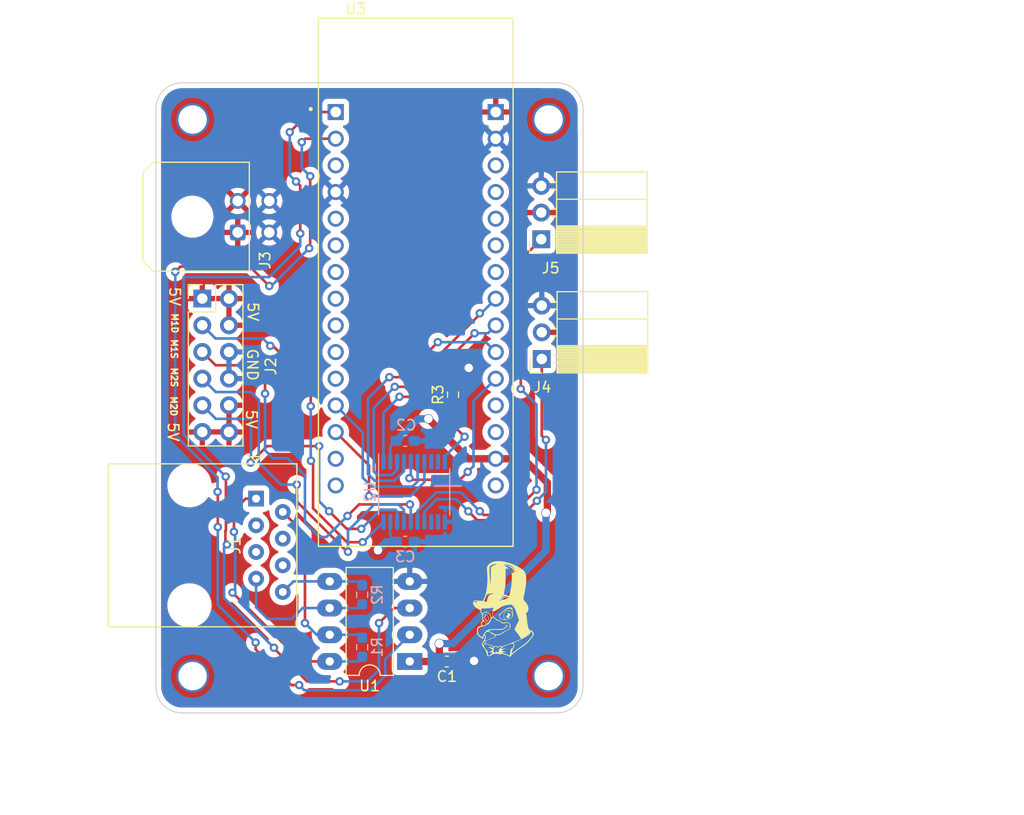
<source format=kicad_pcb>
(kicad_pcb (version 20211014) (generator pcbnew)

  (general
    (thickness 1.6)
  )

  (paper "A4")
  (layers
    (0 "F.Cu" signal)
    (31 "B.Cu" signal)
    (32 "B.Adhes" user "B.Adhesive")
    (33 "F.Adhes" user "F.Adhesive")
    (34 "B.Paste" user)
    (35 "F.Paste" user)
    (36 "B.SilkS" user "B.Silkscreen")
    (37 "F.SilkS" user "F.Silkscreen")
    (38 "B.Mask" user)
    (39 "F.Mask" user)
    (40 "Dwgs.User" user "User.Drawings")
    (41 "Cmts.User" user "User.Comments")
    (42 "Eco1.User" user "User.Eco1")
    (43 "Eco2.User" user "User.Eco2")
    (44 "Edge.Cuts" user)
    (45 "Margin" user)
    (46 "B.CrtYd" user "B.Courtyard")
    (47 "F.CrtYd" user "F.Courtyard")
    (48 "B.Fab" user)
    (49 "F.Fab" user)
    (50 "User.1" user)
    (51 "User.2" user)
    (52 "User.3" user)
    (53 "User.4" user)
    (54 "User.5" user)
    (55 "User.6" user)
    (56 "User.7" user)
    (57 "User.8" user)
    (58 "User.9" user)
  )

  (setup
    (stackup
      (layer "F.SilkS" (type "Top Silk Screen"))
      (layer "F.Paste" (type "Top Solder Paste"))
      (layer "F.Mask" (type "Top Solder Mask") (thickness 0.01))
      (layer "F.Cu" (type "copper") (thickness 0.035))
      (layer "dielectric 1" (type "core") (thickness 1.51) (material "FR4") (epsilon_r 4.5) (loss_tangent 0.02))
      (layer "B.Cu" (type "copper") (thickness 0.035))
      (layer "B.Mask" (type "Bottom Solder Mask") (thickness 0.01))
      (layer "B.Paste" (type "Bottom Solder Paste"))
      (layer "B.SilkS" (type "Bottom Silk Screen"))
      (copper_finish "None")
      (dielectric_constraints no)
    )
    (pad_to_mask_clearance 0)
    (pcbplotparams
      (layerselection 0x00010fc_ffffffff)
      (disableapertmacros false)
      (usegerberextensions true)
      (usegerberattributes false)
      (usegerberadvancedattributes false)
      (creategerberjobfile false)
      (svguseinch false)
      (svgprecision 6)
      (excludeedgelayer true)
      (plotframeref false)
      (viasonmask false)
      (mode 1)
      (useauxorigin false)
      (hpglpennumber 1)
      (hpglpenspeed 20)
      (hpglpendiameter 15.000000)
      (dxfpolygonmode true)
      (dxfimperialunits true)
      (dxfusepcbnewfont true)
      (psnegative false)
      (psa4output false)
      (plotreference true)
      (plotvalue false)
      (plotinvisibletext false)
      (sketchpadsonfab false)
      (subtractmaskfromsilk true)
      (outputformat 1)
      (mirror false)
      (drillshape 0)
      (scaleselection 1)
      (outputdirectory "gerbers/")
    )
  )

  (net 0 "")
  (net 1 "/RS485_A")
  (net 2 "/RS485_B")
  (net 3 "unconnected-(J1-Pad3)")
  (net 4 "/RS485_Z")
  (net 5 "/RS485_Y")
  (net 6 "+5V")
  (net 7 "/M1_DIR_OUT")
  (net 8 "/TIM2_CH2{slash}M1_SPEED_OUT")
  (net 9 "GND")
  (net 10 "/TIM2_CH4{slash}M2_SPEED_OUT")
  (net 11 "/M2_DIR_OUT")
  (net 12 "+3V3")
  (net 13 "/M1_DIR")
  (net 14 "/M2_DIR")
  (net 15 "/TIM2_CH4{slash}M2_SPEED")
  (net 16 "/TIM2_CH2{slash}M1_SPEED")
  (net 17 "/STM32_USART1_RX")
  (net 18 "/STM32_USART1_TX")
  (net 19 "unconnected-(U3-Pad3)")
  (net 20 "unconnected-(U3-Pad6)")
  (net 21 "unconnected-(U3-Pad7)")
  (net 22 "unconnected-(U3-Pad8)")
  (net 23 "unconnected-(U3-Pad9)")
  (net 24 "unconnected-(U3-Pad10)")
  (net 25 "unconnected-(U3-Pad11)")
  (net 26 "/PITCH{slash}TIM1_CH4_OUT")
  (net 27 "/YAW{slash}TIM1_CH1_OUT")
  (net 28 "unconnected-(U3-Pad14)")
  (net 29 "unconnected-(U3-Pad15)")
  (net 30 "unconnected-(U3-Pad16)")
  (net 31 "unconnected-(U3-Pad18)")
  (net 32 "unconnected-(U3-Pad19)")
  (net 33 "unconnected-(U3-Pad24)")
  (net 34 "unconnected-(U3-Pad25)")
  (net 35 "unconnected-(U3-Pad26)")
  (net 36 "unconnected-(U3-Pad27)")
  (net 37 "unconnected-(U3-Pad28)")
  (net 38 "/YAW{slash}TIM1_CH1")
  (net 39 "/PITCH{slash}TIM1_CH4")
  (net 40 "unconnected-(U2-Pad8)")
  (net 41 "unconnected-(U2-Pad9)")
  (net 42 "unconnected-(J1-Pad4)")
  (net 43 "unconnected-(U2-Pad12)")
  (net 44 "unconnected-(U2-Pad13)")
  (net 45 "unconnected-(U3-Pad5)")
  (net 46 "unconnected-(J1-Pad5)")
  (net 47 "unconnected-(J1-Pad6)")
  (net 48 "Net-(U2-Pad10)")

  (footprint "Connector_PinSocket_2.54mm:PinSocket_1x03_P2.54mm_Horizontal" (layer "F.Cu") (at 36.75 26.3 180))

  (footprint "Resistor_SMD:R_0603_1608Metric_Pad0.98x0.95mm_HandSolder" (layer "F.Cu") (at 28.3 29.7 90))

  (footprint "Connector_RJ:RJ45_Amphenol_54602-x08_Horizontal" (layer "F.Cu") (at 9.55 39.6 -90))

  (footprint "Connector_PinHeader_2.54mm:PinHeader_2x06_P2.54mm_Vertical" (layer "F.Cu") (at 4.425 20.55))

  (footprint "Package_DIP:DIP-8_W7.62mm_LongPads" (layer "F.Cu") (at 24.175 55.1 180))

  (footprint "MountingHole:MountingHole_2.7mm_M2.5_DIN965_Pad_TopOnly" (layer "F.Cu") (at 37.4 56.5))

  (footprint "MountingHole:MountingHole_2.7mm_M2.5_DIN965_Pad_TopOnly" (layer "F.Cu") (at 3.5 3.5))

  (footprint "MountingHole:MountingHole_2.7mm_M2.5_DIN965_Pad_TopOnly" (layer "F.Cu") (at 3.5 56.5))

  (footprint "MountingHole:MountingHole_2.7mm_M2.5_DIN965_Pad_TopOnly" (layer "F.Cu") (at 37.4 3.5))

  (footprint "Connector_PinSocket_2.54mm:PinSocket_1x03_P2.54mm_Horizontal" (layer "F.Cu") (at 36.7 14.9 180))

  (footprint "Connector_Molex:Molex_Micro-Fit_3.0_43045-0400_2x02_P3.00mm_Horizontal" (layer "F.Cu") (at 7.8 14.25 90))

  (footprint "plib:epenguin_head_small" (layer "F.Cu") (at 33.1 50.1))

  (footprint "Capacitor_SMD:C_0603_1608Metric_Pad1.08x0.95mm_HandSolder" (layer "F.Cu") (at 27.716 55.11 180))

  (footprint "plib:MODULE_NUCLEO-L432KC" (layer "F.Cu") (at 24.75 19))

  (footprint "Resistor_SMD:R_0603_1608Metric_Pad0.98x0.95mm_HandSolder" (layer "B.Cu") (at 19.65 53.75 90))

  (footprint "Capacitor_SMD:C_0603_1608Metric_Pad1.08x0.95mm_HandSolder" (layer "B.Cu") (at 23.75 34.1))

  (footprint "Package_SO:TSSOP-20_4.4x6.5mm_P0.65mm" (layer "B.Cu") (at 24.6 38.95 -90))

  (footprint "Capacitor_SMD:C_0603_1608Metric_Pad1.08x0.95mm_HandSolder" (layer "B.Cu") (at 23.75 43.7))

  (footprint "Resistor_SMD:R_0603_1608Metric_Pad0.98x0.95mm_HandSolder" (layer "B.Cu") (at 19.65 48.75 90))

  (gr_line (start 0 2.5) (end 0 57.5) (layer "Edge.Cuts") (width 0.1) (tstamp 0b0ed82f-cd0f-483e-afb1-3d9c63626412))
  (gr_arc (start 38.182233 0) (mid 39.95 0.732233) (end 40.682233 2.5) (layer "Edge.Cuts") (width 0.1) (tstamp 3026f0e5-2e03-4b09-8bf9-bf5e41de9fde))
  (gr_line (start 2.5 60) (end 38.182233 60) (layer "Edge.Cuts") (width 0.1) (tstamp 3bc3a1f7-6e8d-4cb1-b522-61dab886a957))
  (gr_line (start 40.682233 57.5) (end 40.682233 2.5) (layer "Edge.Cuts") (width 0.1) (tstamp 55509fb5-1a05-4183-aa48-bc8ee8bff31d))
  (gr_line (start 2.5 0) (end 38.182233 0) (layer "Edge.Cuts") (width 0.1) (tstamp 7f0a762d-d58f-4d42-ae1f-7d80a0e2bd28))
  (gr_arc (start 2.5 60) (mid 0.732233 59.267767) (end 0 57.5) (layer "Edge.Cuts") (width 0.1) (tstamp af00085d-1794-4c99-952f-c446aee665f4))
  (gr_arc (start 40.682233 57.5) (mid 39.95 59.267767) (end 38.182233 60) (layer "Edge.Cuts") (width 0.1) (tstamp d4fffbb7-788f-4b07-aa57-4a4d4fff19d5))
  (gr_arc (start 0 2.5) (mid 0.732233 0.732233) (end 2.5 0) (layer "Edge.Cuts") (width 0.1) (tstamp f721f40e-7993-44a7-bcd0-f5608efe0556))
  (gr_text "M2S" (at 1.75 28.05 270) (layer "F.SilkS") (tstamp 372a8565-9dd7-4ebf-b735-8f3537057e29)
    (effects (font (size 0.6 0.6) (thickness 0.15)))
  )
  (gr_text "M1D" (at 1.8 22.9 270) (layer "F.SilkS") (tstamp 4051e848-01c5-456c-9f15-dde598810cb0)
    (effects (font (size 0.6 0.6) (thickness 0.15)))
  )
  (gr_text "5V" (at 1.65 33.25 270) (layer "F.SilkS") (tstamp 432d0299-d0fd-4c16-b73d-ec141bffd79f)
    (effects (font (size 1 1) (thickness 0.15)))
  )
  (gr_text "GND" (at 9.2 26.85 270) (layer "F.SilkS") (tstamp 884b7739-d86f-4a0a-849a-d154ec42348f)
    (effects (font (size 1 1) (thickness 0.15)))
  )
  (gr_text "5V" (at 9.1 32.05 270) (layer "F.SilkS") (tstamp ac7a1a1b-5329-41b9-8053-10fb6d6d430d)
    (effects (font (size 1 1) (thickness 0.15)))
  )
  (gr_text "M1S" (at 1.75 25.35 270) (layer "F.SilkS") (tstamp ce6e2cb2-f8a7-4656-99aa-10b2d4690421)
    (effects (font (size 0.6 0.6) (thickness 0.15)))
  )
  (gr_text "5V" (at 9.25 21.8 270) (layer "F.SilkS") (tstamp d43a2933-c675-483d-bec0-b1e9bbd0b02b)
    (effects (font (size 1 1) (thickness 0.15)))
  )
  (gr_text "5V" (at 1.8 20.35 270) (layer "F.SilkS") (tstamp f701af6d-24c2-42a3-8bf0-6bf921265f52)
    (effects (font (size 1 1) (thickness 0.15)))
  )
  (gr_text "M2D" (at 1.7 30.8 270) (layer "F.SilkS") (tstamp f9ad5758-fc8e-4598-ac38-9d7cf2dd980c)
    (effects (font (size 0.6 0.6) (thickness 0.15)))
  )

  (segment (start 16.555 55.1) (end 13.85 55.1) (width 0.25) (layer "F.Cu") (net 1) (tstamp 070d9a4e-80e7-4094-ac38-378ba10a929a))
  (segment (start 8.55 39.6) (end 7.437006 40.712994) (width 0.25) (layer "F.Cu") (net 1) (tstamp 18dafc9c-d445-4159-8c13-af97f40f14b8))
  (segment (start 13.85 55.1) (end 7.3 48.55) (width 0.25) (layer "F.Cu") (net 1) (tstamp 2046979b-88b7-4ca1-8b72-2819f99f4212))
  (segment (start 7.437006 40.712994) (end 7.437006 42.75659) (width 0.25) (layer "F.Cu") (net 1) (tstamp 57c973ca-3091-4e0d-a630-6eebeb0cd451))
  (segment (start 9.55 39.6) (end 8.55 39.6) (width 0.25) (layer "F.Cu") (net 1) (tstamp 84b71b23-38e5-4859-8088-e779d0c9a1b3))
  (via (at 7.437006 42.75659) (size 0.8) (drill 0.4) (layers "F.Cu" "B.Cu") (net 1) (tstamp 3ac9cdba-42e9-47c4-a117-c012acd1e5c5))
  (via (at 7.3 48.55) (size 0.8) (drill 0.4) (layers "F.Cu" "B.Cu") (net 1) (tstamp 76da7585-8685-4c96-9ca6-afab8dc9524d))
  (segment (start 19.65 54.6625) (end 19.2125 55.1) (width 0.25) (layer "B.Cu") (net 1) (tstamp 088c9092-c41a-44c3-b646-582adbe640f8))
  (segment (start 7.549 42.868584) (end 7.437006 42.75659) (width 0.25) (layer "B.Cu") (net 1) (tstamp 18c7d59b-2ba9-4e85-95ec-387acfad0cab))
  (segment (start 7.549 48.301) (end 7.549 42.868584) (width 0.25) (layer "B.Cu") (net 1) (tstamp 4d080620-2b39-4d10-b58c-ec6f72050612))
  (segment (start 7.3 48.55) (end 7.549 48.301) (width 0.25) (layer "B.Cu") (net 1) (tstamp 6aa4f4bd-201e-4c5b-87d5-cb10a2441f29))
  (segment (start 19.2125 55.1) (end 16.555 55.1) (width 0.25) (layer "B.Cu") (net 1) (tstamp 6fcd8cb9-a2f3-4d9c-9ad5-3d104790bfc9))
  (segment (start 14.2 42.98) (end 12.09 40.87) (width 0.25) (layer "F.Cu") (net 2) (tstamp b76ef12c-39d2-484f-b56d-f5c21b4c07b6))
  (segment (start 14.2 51.45) (end 14.2 42.98) (width 0.25) (layer "F.Cu") (net 2) (tstamp fad5b779-3a88-41dc-bb23-6470bdeb11b8))
  (via (at 14.2 51.45) (size 0.8) (drill 0.4) (layers "F.Cu" "B.Cu") (net 2) (tstamp 34854e83-e1f2-4529-b2e4-39c7cd26f842))
  (segment (start 16.555 52.56) (end 15.31 52.56) (width 0.25) (layer "B.Cu") (net 2) (tstamp 4deea405-9e0d-4ed8-99f8-fda32d01d77f))
  (segment (start 19.65 52.8375) (end 19.3725 52.56) (width 0.25) (layer "B.Cu") (net 2) (tstamp 5e465618-61c3-4b51-947c-c31cebf4b696))
  (segment (start 15.31 52.56) (end 14.2 51.45) (width 0.25) (layer "B.Cu") (net 2) (tstamp 6357fd49-ef7c-43af-bf5c-584ceeb65cab))
  (segment (start 19.3725 52.56) (end 16.555 52.56) (width 0.25) (layer "B.Cu") (net 2) (tstamp f7dd75ea-8bfc-4528-ad21-a4979b174a49))
  (segment (start 9.55 49.95) (end 9.55 47.22) (width 0.25) (layer "B.Cu") (net 4) (tstamp 15f8afde-6213-4ff4-a60a-912cb12c588d))
  (segment (start 12.95 51.05) (end 10.65 51.05) (width 0.25) (layer "B.Cu") (net 4) (tstamp 2021a1be-e81b-4bf0-aa1a-d476bb052733))
  (segment (start 16.555 50.02) (end 13.98 50.02) (width 0.25) (layer "B.Cu") (net 4) (tstamp 211d1edb-a3ca-4f09-a7d0-3240c8815b0d))
  (segment (start 10.65 51.05) (end 9.55 49.95) (width 0.25) (layer "B.Cu") (net 4) (tstamp 50ecb911-871b-4ba0-8f12-76b0066ac29d))
  (segment (start 13.98 50.02) (end 12.95 51.05) (width 0.25) (layer "B.Cu") (net 4) (tstamp 66e076ae-a61e-4848-b341-11445014aee4))
  (segment (start 19.2925 50.02) (end 16.555 50.02) (width 0.25) (layer "B.Cu") (net 4) (tstamp 9c423090-79a1-4845-b9cc-48a141360a76))
  (segment (start 19.65 49.6625) (end 19.2925 50.02) (width 0.25) (layer "B.Cu") (net 4) (tstamp a7bae4e0-4e92-4493-a363-57297e00d15e))
  (segment (start 13.1 47.48) (end 12.09 48.49) (width 0.25) (layer "B.Cu") (net 5) (tstamp 2571a9a7-3cd7-4411-a936-0b547ce693d7))
  (segment (start 19.2925 47.48) (end 16.555 47.48) (width 0.25) (layer "B.Cu") (net 5) (tstamp 41cc6a45-6fe4-4923-ab82-e638446abb4b))
  (segment (start 19.65 47.8375) (end 19.2925 47.48) (width 0.25) (layer "B.Cu") (net 5) (tstamp 476bb62b-d1a0-4986-996c-a3a1bebc6834))
  (segment (start 16.555 47.48) (end 13.1 47.48) (width 0.25) (layer "B.Cu") (net 5) (tstamp bc424331-1e4f-43e5-b53b-fba76567bbe8))
  (via (at 21.15 44.5) (size 0.9) (drill 0.8) (layers "F.Cu" "B.Cu") (net 6) (tstamp a590e6fe-cde9-4570-b2ab-5b1ef025b40a))
  (segment (start 22.325 41.8125) (end 22.325 43.1375) (width 0.2) (layer "B.Cu") (net 6) (tstamp 1a81225f-0b73-4f80-9d6b-63b6c2f59683))
  (segment (start 21.95 43.7) (end 21.15 44.5) (width 0.7) (layer "B.Cu") (net 6) (tstamp 43635e50-10cc-4eaf-82c7-d2c64aece9fb))
  (segment (start 22.325 43.1375) (end 22.8875 43.7) (width 0.2) (layer "B.Cu") (net 6) (tstamp c32fc2f8-bd71-42a5-8366-4756ee0ce1a7))
  (segment (start 22.8875 43.7) (end 21.95 43.7) (width 0.7) (layer "B.Cu") (net 6) (tstamp e13b02df-63f1-4006-817f-3aa7a17b77bc))
  (segment (start 14.9745 40.5245) (end 14.9745 36.196197) (width 0.25) (layer "F.Cu") (net 7) (tstamp 15b6a284-2f49-4fc5-9e91-51bd2bb227e6))
  (segment (start 11.15 25.05) (end 14.75 28.65) (width 0.25) (layer "F.Cu") (net 7) (tstamp 3a2eec88-18df-4031-95b9-bae675cfd221))
  (segment (start 14.75 28.65) (end 14.75 30.8) (width 0.25) (layer "F.Cu") (net 7) (tstamp 6c4fcc62-6711-4b3a-9159-0456aad1623c))
  (segment (start 18.2 43.75) (end 14.9745 40.5245) (width 0.25) (layer "F.Cu") (net 7) (tstamp 79956286-9559-448a-8bba-a2ca87671a7d))
  (segment (start 14.9745 36.196197) (end 14.7755 35.997197) (width 0.25) (layer "F.Cu") (net 7) (tstamp 84733162-bbe7-408d-a20f-6d47359577a9))
  (segment (start 19.7 43.75) (end 18.2 43.75) (width 0.25) (layer "F.Cu") (net 7) (tstamp ce6f96b1-2622-498f-821c-29c24fd7ccfb))
  (segment (start 10.9 25.05) (end 11.15 25.05) (width 0.25) (layer "F.Cu") (net 7) (tstamp dd118dae-ddfd-43e2-894e-71e37f00b482))
  (via (at 10.9 25.05) (size 0.8) (drill 0.4) (layers "F.Cu" "B.Cu") (net 7) (tstamp 16ad0bf4-6dc6-41c7-ba56-a9c564d51de7))
  (via (at 14.75 30.8) (size 0.8) (drill 0.4) (layers "F.Cu" "B.Cu") (net 7) (tstamp 4a92daa4-7f99-4d5a-9280-c637a08db1d0))
  (via (at 14.7755 35.997197) (size 0.8) (drill 0.4) (layers "F.Cu" "B.Cu") (net 7) (tstamp ae9a8971-9314-4183-844d-d5eb053c094d))
  (via (at 19.7 43.75) (size 0.8) (drill 0.4) (layers "F.Cu" "B.Cu") (net 7) (tstamp fc5b753f-d2b8-48b1-92fc-466831eacf1d))
  (segment (start 8.7 24.35) (end 10.2 24.35) (width 0.25) (layer "B.Cu") (net 7) (tstamp 190902b9-ec7a-4558-b95e-5fef2468feaa))
  (segment (start 14.75 30.8) (end 14.75 35.971697) (width 0.25) (layer "B.Cu") (net 7) (tstamp 69f4693d-6909-44a8-b095-faeff0261b81))
  (segment (start 5.685 24.35) (end 8.7 24.35) (width 0.25) (layer "B.Cu") (net 7) (tstamp 75696ffb-7e56-4624-872f-ed224c0cd06c))
  (segment (start 10.2 24.35) (end 10.9 25.05) (width 0.25) (layer "B.Cu") (net 7) (tstamp 969a8a42-d455-4d24-8933-d94524aceaa9))
  (segment (start 19.7375 43.75) (end 19.7 43.75) (width 0.25) (layer "B.Cu") (net 7) (tstamp c9bc6774-97af-4dde-90d9-4e0420a90062))
  (segment (start 4.425 23.09) (end 5.685 24.35) (width 0.25) (layer "B.Cu") (net 7) (tstamp e6c97dab-ea7a-4f7d-ab3b-c31deceaabcb))
  (segment (start 14.75 35.971697) (end 14.7755 35.997197) (width 0.25) (layer "B.Cu") (net 7) (tstamp ea1cccb4-d182-4571-b0a8-049b5f9cf515))
  (segment (start 21.675 41.8125) (end 19.7375 43.75) (width 0.25) (layer "B.Cu") (net 7) (tstamp ead14060-2fbe-4931-9bfe-b1933b9890de))
  (segment (start 4.425 25.63) (end 5.695 26.9) (width 0.25) (layer "F.Cu") (net 8) (tstamp 07e4dbda-56d3-49c3-9a4c-00cc41599524))
  (segment (start 10.4 27.7) (end 10.4 29.6) (width 0.25) (layer "F.Cu") (net 8) (tstamp 442e5e35-4d10-4bb1-bd65-5fbd8cc2b9a7))
  (segment (start 24.2 40.15) (end 19.35 40.15) (width 0.25) (layer "F.Cu") (net 8) (tstamp 50269ec7-e142-4bf2-841c-6df453fabaa4))
  (segment (start 19.35 40.15) (end 18.25 41.25) (width 0.25) (layer "F.Cu") (net 8) (tstamp 63a03f22-217d-4481-8f60-d8aaf3360db0))
  (segment (start 5.695 26.9) (end 8.7 26.9) (width 0.25) (layer "F.Cu") (net 8) (tstamp 76ff9219-a501-4121-a7cb-1c65247a5a9f))
  (segment (start 8.7 26.9) (end 9.6 26.9) (width 0.25) (layer "F.Cu") (net 8) (tstamp c2817985-2c65-4e41-b1ba-3f1b32f1b95b))
  (segment (start 9.6 26.9) (end 10.4 27.7) (width 0.25) (layer "F.Cu") (net 8) (tstamp fb08b230-ae58-4888-a7db-27d02dd234fb))
  (via (at 18.25 41.25) (size 0.8) (drill 0.4) (layers "F.Cu" "B.Cu") (net 8) (tstamp 0b8a12db-9ef5-4b43-8f38-9b1799f1e919))
  (via (at 24.2 40.15) (size 0.8) (drill 0.4) (layers "F.Cu" "B.Cu") (net 8) (tstamp 7df328bf-63d9-4776-92f8-91322a0c118f))
  (via (at 10.4 29.6) (size 0.8) (drill 0.4) (layers "F.Cu" "B.Cu") (net 8) (tstamp c6961867-c5f2-41c1-9f3c-be4c08ce6100))
  (segment (start 24.275 41.8125) (end 24.275 40.225) (width 0.25) (layer "B.Cu") (net 8) (tstamp 0a51a9ff-5d8f-449c-8401-15f484259bcb))
  (segment (start 10.4 35) (end 11.15 35.75) (width 0.25) (layer "B.Cu") (net 8) (tstamp 20876b21-b0d3-4bca-865f-f2cb58bab4ac))
  (segment (start 16.25 43.25) (end 15.55 43.25) (width 0.25) (layer "B.Cu") (net 8) (tstamp 3bb34682-48ba-4817-a51e-3ddbf6f78096))
  (segment (start 14.2 41.9) (end 14.2 37.4) (width 0.25) (layer "B.Cu") (net 8) (tstamp 715f02de-fe56-4b6e-8bf8-fa97f890b683))
  (segment (start 15.55 43.25) (end 14.2 41.9) (width 0.25) (layer "B.Cu") (net 8) (tstamp 7e87503e-748d-4b5e-ade7-6541892bd3be))
  (segment (start 10.4 29.6) (end 10.4 35) (width 0.25) (layer "B.Cu") (net 8) (tstamp ad4deb87-9c45-4917-a673-5e325bad78e2))
  (segment (start 18.25 41.25) (end 16.25 43.25) (width 0.25) (layer "B.Cu") (net 8) (tstamp ba473fb4-7578-42d3-9c7d-478397a77af1))
  (segment (start 12.55 35.75) (end 11.15 35.75) (width 0.25) (layer "B.Cu") (net 8) (tstamp dbe107dc-fac0-4e65-8037-90829e1b40f7))
  (segment (start 14.2 37.4) (end 12.55 35.75) (width 0.25) (layer "B.Cu") (net 8) (tstamp f74b43f9-2457-47d1-ab91-a4007b6536db))
  (segment (start 24.275 40.225) (end 24.2 40.15) (width 0.25) (layer "B.Cu") (net 8) (tstamp fb8616f9-4c27-45a0-9d6c-304ec02494a5))
  (segment (start 28.3 28.7875) (end 28.3 28.65) (width 0.7) (layer "F.Cu") (net 9) (tstamp 0327711e-2fc0-402b-8e40-c4b3da07e4f1))
  (segment (start 28.3 28.65) (end 29.8 27.15) (width 0.7) (layer "F.Cu") (net 9) (tstamp 5b20955f-f536-40f4-b879-3ac23bf6ee6e))
  (segment (start 30.24 55.11) (end 30.3 55.05) (width 0.7) (layer "F.Cu") (net 9) (tstamp 605260ce-f1c0-4406-ba8a-47bef5e5d994))
  (segment (start 28.5785 55.11) (end 30.24 55.11) (width 0.7) (layer "F.Cu") (net 9) (tstamp bf1637b5-0e70-47d6-8e19-b81108567c27))
  (via (at 29.8 27.15) (size 0.9) (drill 0.8) (layers "F.Cu" "B.Cu") (net 9) (tstamp 10545aec-1482-46c0-b024-ba40c1ec8cb1))
  (via (at 30.3 55.05) (size 0.9) (drill 0.8) (layers "F.Cu" "B.Cu") (net 9) (tstamp d685c32a-fa7c-4428-92f6-578736463fb8))
  (segment (start 18.2 44.65) (end 13.4255 39.8755) (width 0.25) (layer "F.Cu") (net 10) (tstamp 12e2692b-1b11-4205-925d-9fdd399dec78))
  (segment (start 13.4255 39.8755) (end 13.4255 38.263113) (width 0.25) (layer "F.Cu") (net 10) (tstamp 49c6fa07-ad8c-42ce-ac02-44882a8197f6))
  (segment (start 18.3 44.65) (end 18.2 44.65) (width 0.25) (layer "F.Cu") (net 10) (tstamp f7e9fe3b-b343-4a7d-bbd6-c22ad8bbb566))
  (via (at 18.3 44.65) (size 0.8) (drill 0.4) (layers "F.Cu" "B.Cu") (net 10) (tstamp 440665ea-e14d-4b7e-bb14-a0a57becda8c))
  (via (at 13.4255 38.263113) (size 0.8) (drill 0.4) (layers "F.Cu" "B.Cu") (net 10) (tstamp aa87b755-976b-4bdd-8d02-8602465d6fa7))
  (segment (start 23.625 41.8125) (end 23.625 40.670309) (width 0.25) (layer "B.Cu") (net 10) (tstamp 4bd1b023-a34f-44c2-b7be-056db58840ce))
  (segment (start 11.913113 38.263113) (end 13.4255 38.263113) (width 0.25) (layer "B.Cu") (net 10) (tstamp 74b2d9f8-d67e-4878-88b3-58123ed2e0c4))
  (segment (start 18.3 42.65) (end 18.3 44.65) (width 0.25) (layer "B.Cu") (net 10) (tstamp 7cf55306-9066-434e-b676-34fe3f489adc))
  (segment (start 20.8 40.15) (end 18.3 42.65) (width 0.25) (layer "B.Cu") (net 10) (tstamp 83dddde0-77a0-4b3a-a199-481fd2fc17f7))
  (segment (start 9.799501 36.149501) (end 11.913113 38.263113) (width 0.25) (layer "B.Cu") (net 10) (tstamp 929fd688-c18e-4794-8f47-e1cf9c4110bb))
  (segment (start 9.799501 30.199501) (end 9.799501 36.149501) (width 0.25) (layer "B.Cu") (net 10) (tstamp 950d57cc-bbd2-41cc-ba7e-848ddfda15bc))
  (segment (start 5.705 29.45) (end 9.05 29.45) (width 0.25) (layer "B.Cu") (net 10) (tstamp 9d9d96f5-e91a-4b6e-924d-a1bdec714c5e))
  (segment (start 23.104691 40.15) (end 20.8 40.15) (width 0.25) (layer "B.Cu") (net 10) (tstamp b7fad5f6-2754-4b7a-bae1-a5c62b4d606d))
  (segment (start 9.05 29.45) (end 9.799501 30.199501) (width 0.25) (layer "B.Cu") (net 10) (tstamp c2819987-3962-4708-aedf-20e3b4764d5d))
  (segment (start 4.425 28.17) (end 5.705 29.45) (width 0.25) (layer "B.Cu") (net 10) (tstamp ec55325d-6ef0-4c70-8bb0-c39daba26bb8))
  (segment (start 23.625 40.670309) (end 23.104691 40.15) (width 0.25) (layer "B.Cu") (net 10) (tstamp ec8d515c-7044-4224-afef-297846c795c5))
  (segment (start 15.55 34.6) (end 10.595598 34.6) (width 0.25) (layer "F.Cu") (net 11) (tstamp 0253ffbf-3d55-4db9-85d3-408458938d3f))
  (segment (start 10.595598 34.6) (end 9.02528 36.170318) (width 0.25) (layer "F.Cu") (net 11) (tstamp f42c0837-131e-4775-ad2b-1903a79d38ba))
  (segment (start 18.176095 42.476095) (end 16.5 40.8) (width 0.25) (layer "F.Cu") (net 11) (tstamp f6a6ae03-49ae-4c40-b6c2-6a99a2cdc166))
  (segment (start 19.569214 42.476095) (end 18.176095 42.476095) (width 0.25) (layer "F.Cu") (net 11) (tstamp fd431072-7c0e-43de-8cbe-b10d9c50e057))
  (via (at 15.55 34.6) (size 0.8) (drill 0.4) (layers "F.Cu" "B.Cu") (net 11) (tstamp 3b02a579-b415-43cf-9add-a34ce367a3ea))
  (via (at 16.5 40.8) (size 0.8) (drill 0.4) (layers "F.Cu" "B.Cu") (net 11) (tstamp 7fd016d9-fed3-498f-84b5-a188f796a6bf))
  (via (at 9.02528 36.170318) (size 0.8) (drill 0.4) (layers "F.Cu" "B.Cu") (net 11) (tstamp a106e1a6-9a3c-4d8e-a9c2-d2741b9c230b))
  (via (at 19.569214 42.476095) (size 0.8) (drill 0.4) (layers "F.Cu" "B.Cu") (net 11) (tstamp ce9d4d8c-b263-49aa-940a-97b684107a01))
  (segment (start 21.395808 40.649501) (end 19.569214 42.476095) (width 0.25) (layer "B.Cu") (net 11) (tstamp 130038e6-58fc-4778-9246-ec36949d0bd1))
  (segment (start 22.975 40.825) (end 22.799501 40.649501) (width 0.25) (layer "B.Cu") (net 11) (tstamp 149b9d19-8f63-4340-a4e3-b14aa9929cf3))
  (segment (start 9.05 32) (end 9.055735 32.005735) (width 0.25) (layer "B.Cu") (net 11) (tstamp 1ec64ee9-3495-4e3e-b2dc-487f1ecb6913))
  (segment (start 9.055735 32.005735) (end 9.055735 36.139863) (width 0.25) (layer "B.Cu") (net 11) (tstamp 56ceca0d-a34d-4b93-a68e-6f1b8488c222))
  (segment (start 4.425 30.71) (end 5.715 32) (width 0.25) (layer "B.Cu") (net 11) (tstamp 5b626725-7ce3-456b-b776-64653e1a2ee8))
  (segment (start 5.715 32) (end 9.05 32) (width 0.25) (layer "B.Cu") (net 11) (tstamp 6250ed57-f172-4dd5-a186-872faf1768fd))
  (segment (start 15.55 39.85) (end 16.5 40.8) (width 0.25) (layer "B.Cu") (net 11) (tstamp 812c7c38-a19f-463c-98a4-2c478f6e9fe5))
  (segment (start 9.055735 36.139863) (end 9.02528 36.170318) (width 0.25) (layer "B.Cu") (net 11) (tstamp b1865d9f-8e37-47f2-9327-bb8be225ee35))
  (segment (start 22.975 41.8125) (end 22.975 40.825) (width 0.25) (layer "B.Cu") (net 11) (tstamp d74931ef-48ce-4c1e-8d5a-542259090359))
  (segment (start 15.55 34.6) (end 15.55 39.85) (width 0.25) (layer "B.Cu") (net 11) (tstamp f2eb1a23-05f0-4cfb-94d1-35c9769a1d2c))
  (segment (start 22.799501 40.649501) (end 21.395808 40.649501) (width 0.25) (layer "B.Cu") (net 11) (tstamp f8cf1431-3b3c-4a2a-b0d8-1fd55c6d039a))
  (segment (start 26.8535 55.11) (end 27 54.9635) (width 0.7) (layer "F.Cu") (net 12) (tstamp 06a9860b-9e87-47c4-9dce-4a760349d32e))
  (segment (start 24.185 55.11) (end 24.175 55.1) (width 0.7) (layer "F.Cu") (net 12) (tstamp 1c21debf-dd4f-444b-9300-f870f18cd0b9))
  (segment (start 32.37 35.805) (end 35.005 35.805) (width 0.7) (layer "F.Cu") (net 12) (tstamp 257ecd36-934f-4aa3-ab2d-db8339ee4b26))
  (segment (start 27 54.9635) (end 27 53.4) (width 0.7) (layer "F.Cu") (net 12) (tstamp 37c3995a-0891-4f32-a91d-95630914c1f8))
  (segment (start 32.37 35.805) (end 29.755 35.805) (width 0.7) (layer "F.Cu") (net 12) (tstamp 60523d6f-dc0c-4be3-8f4e-d70eb0309518))
  (segment (start 37.284155 40.815845) (end 37.15 40.95) (width 0.7) (layer "F.Cu") (net 12) (tstamp 8a80b8a2-9ddc-42e7-a10d-cddf7bcd59c8))
  (segment (start 37.284155 38.084155) (end 37.284155 40.815845) (width 0.7) (layer "F.Cu") (net 12) (tstamp 8ee6cbc1-8802-47a5-b0d7-d9001d42a363))
  (segment (start 35.005 35.805) (end 37.284155 38.084155) (width 0.7) (layer "F.Cu") (net 12) (tstamp 93013acd-217d-4382-bed5-4956f1b81a28))
  (segment (start 26.8535 55.11) (end 24.185 55.11) (width 0.7) (layer "F.Cu") (net 12) (tstamp 94b9b5b9-338c-4b49-991c-bea3cd465cd9))
  (segment (start 29.755 35.805) (end 25.95 32) (width 0.7) (layer "F.Cu") (net 12) (tstamp ff0a91ef-d4b2-422c-83dd-b1b3b2e44fff))
  (via (at 37.15 40.95) (size 0.9) (drill 0.8) (layers "F.Cu" "B.Cu") (net 12) (tstamp 5d85934e-81e2-4bc0-bb6b-89872cda8f6d))
  (via (at 27 53.4) (size 0.9) (drill 0.8) (layers "F.Cu" "B.Cu") (net 12) (tstamp 67eb8d6f-b680-44cc-9820-cf4e16b94128))
  (via (at 25.95 32) (size 0.9) (drill 0.8) (layers "F.Cu" "B.Cu") (net 12) (tstamp fb02077c-8092-43f0-9734-678d58b86274))
  (segment (start 37.15 44.55) (end 28.3 53.4) (width 0.7) (layer "B.Cu") (net 12) (tstamp 3f1299c6-b900-4000-9d71-aafe81ccdb91))
  (segment (start 22.325 34.6625) (end 22.325 36.0875) (width 0.25) (layer "B.Cu") (net 12) (tstamp 4817ab17-8bb5-47d5-b135-b1175eb390ec))
  (segment (start 37.15 40.95) (end 37.15 44.55) (width 0.7) (layer "B.Cu") (net 12) (tstamp 4a33a8dc-2861-4a2b-b6ff-b407865ffd69))
  (segment (start 28.3 53.4) (end 27 53.4) (width 0.7) (layer "B.Cu") (net 12) (tstamp 4d72de37-f7f9-46b9-8865-4bd52b7f0f79))
  (segment (start 24.9875 32) (end 25.95 32) (width 0.7) (layer "B.Cu") (net 12) (tstamp 8c1ee1b0-7349-4d5d-bad8-752c843740ad))
  (segment (start 22.8875 34.1) (end 24.9875 32) (width 0.7) (layer "B.Cu") (net 12) (tstamp a24f96d8-b62c-425c-9469-a00337655682))
  (segment (start 22.8875 34.1) (end 22.325 34.6625) (width 0.25) (layer "B.Cu") (net 12) (tstamp f951e976-e8e9-4617-9569-e17501c82153))
  (segment (start 24.3 29.9) (end 23.2 29.9) (width 0.25) (layer "F.Cu") (net 13) (tstamp 08d7911c-1c3a-4944-a48e-8feffb9ab3be))
  (segment (start 30.35 23.85) (end 24.3 29.9) (width 0.25) (layer "F.Cu") (net 13) (tstamp e6622d3c-cd73-4b35-9f3f-433218fc544d))
  (via (at 23.2 29.9) (size 0.8) (drill 0.4) (layers "F.Cu" "B.Cu") (net 13) (tstamp 75c20b45-34dd-4821-9cbc-57aa884e5614))
  (via (at 30.35 23.85) (size 0.8) (drill 0.4) (layers "F.Cu" "B.Cu") (net 13) (tstamp 8d2b136d-e5b4-42d8-a356-d48a3273c3ac))
  (segment (start 31.625 23.85) (end 32.37 23.105) (width 0.25) (layer "B.Cu") (net 13) (tstamp 80707758-0f30-4a8d-ac3e-699fed50c6fd))
  (segment (start 21.675 36.0875) (end 21.675 31.425) (width 0.25) (layer "B.Cu") (net 13) (tstamp a332b725-71f2-48f4-be9d-0514109ed033))
  (segment (start 21.675 31.425) (end 23.2 29.9) (width 0.25) (layer "B.Cu") (net 13) (tstamp e2bd1564-bef2-45e6-b64e-d165a551951f))
  (segment (start 30.35 23.85) (end 31.625 23.85) (width 0.25) (layer "B.Cu") (net 13) (tstamp f6460ed9-ebdc-4d73-a60f-349db3491fa5))
  (segment (start 23.95 28.95) (end 22.75 28.95) (width 0.25) (layer "F.Cu") (net 14) (tstamp 88281e39-8b38-4d42-a854-6958b700535a))
  (segment (start 30.85 22.05) (end 23.95 28.95) (width 0.25) (layer "F.Cu") (net 14) (tstamp 8c91e0bd-cc7f-4faf-b8d5-3d2cf5b52724))
  (segment (start 30.85 21.95) (end 30.85 22.05) (width 0.25) (layer "F.Cu") (net 14) (tstamp dcd07b42-9ad8-477b-987a-32794be8a1c8))
  (via (at 30.85 21.95) (size 0.8) (drill 0.4) (layers "F.Cu" "B.Cu") (net 14) (tstamp 5865de84-cf31-45cf-8d0d-ecc55c4d133c))
  (via (at 22.75 28.95) (size 0.8) (drill 0.4) (layers "F.Cu" "B.Cu") (net 14) (tstamp 783e503b-3263-4b4b-bbfb-4a8a64341fbe))
  (segment (start 22.975 36.846751) (end 22.471751 37.35) (width 0.25) (layer "B.Cu") (net 14) (tstamp 1d6e11d8-00ad-41a6-8178-86d4975f6757))
  (segment (start 22.975 36.0875) (end 22.975 36.846751) (width 0.25) (layer "B.Cu") (net 14) (tstamp 2e48012d-16f6-4fb2-8117-315bfecfcea3))
  (segment (start 20.75 37) (end 20.75 30.95) (width 0.25) (layer "B.Cu") (net 14) (tstamp 30fb17ee-8331-4e9d-b637-41fd1092d087))
  (segment (start 22.471751 37.35) (end 21.1 37.35) (width 0.25) (layer "B.Cu") (net 14) (tstamp 5a980d13-f95e-42b8-8fc3-96ed9d4b2592))
  (segment (start 32.37 20.565) (end 30.985 21.95) (width 0.25) (layer "B.Cu") (net 14) (tstamp 69fe1f55-ca3a-4292-b503-a7fbd73940c6))
  (segment (start 21.1 37.35) (end 20.75 37) (width 0.25) (layer "B.Cu") (net 14) (tstamp 916c6611-384f-45d8-bd40-2f2b9121dc39))
  (segment (start 20.75 30.95) (end 22.75 28.95) (width 0.25) (layer "B.Cu") (net 14) (tstamp abdc8c65-484d-44ad-a4b4-2facfd2c504e))
  (segment (start 30.985 21.95) (end 30.85 21.95) (width 0.25) (layer "B.Cu") (net 14) (tstamp c7da0f10-805f-4e59-b250-1a31b3792748))
  (segment (start 23.51743 28.03257) (end 22.240317 28.03257) (width 0.25) (layer "F.Cu") (net 15) (tstamp a4cd70a9-addd-4d15-a01d-8f55c67bb68f))
  (segment (start 26.85 24.7) (end 23.51743 28.03257) (width 0.25) (layer "F.Cu") (net 15) (tstamp b28d967d-c464-490e-9268-15fdd1895f32))
  (via (at 22.240317 28.03257) (size 0.8) (drill 0.4) (layers "F.Cu" "B.Cu") (net 15) (tstamp 3c1e96c5-16ed-4742-bf98-4bcbc4336c0b))
  (via (at 26.85 24.7) (size 0.8) (drill 0.4) (layers "F.Cu" "B.Cu") (net 15) (tstamp e15ce12f-a109-4ca3-9fb3-75d9b34bdb32))
  (segment (start 20.199501 37.249501) (end 20.199501 30.073386) (width 0.25) (layer "B.Cu") (net 15) (tstamp 0dc40bd7-ddb1-4093-b7e1-e33903889c26))
  (segment (start 22.706401 37.9) (end 20.85 37.9) (width 0.25) (layer "B.Cu") (net 15) (tstamp 22426924-82d6-4bb6-a838-b622d47c7e3b))
  (segment (start 23.625 36.981401) (end 22.706401 37.9) (width 0.25) (layer "B.Cu") (net 15) (tstamp 2e9aa4de-4c40-451e-bb0b-962bc6972a98))
  (segment (start 32.37 25.645) (end 31.425 24.7) (width 0.25) (layer "B.Cu") (net 15) (tstamp 396e9f3f-6ce6-4834-9641-73476d17dd03))
  (segment (start 23.625 36.0875) (end 23.625 36.981401) (width 0.25) (layer "B.Cu") (net 15) (tstamp 5f1a78ba-9765-4443-80e8-a4c4244bdf7f))
  (segment (start 20.199501 30.073386) (end 22.240317 28.03257) (width 0.25) (layer "B.Cu") (net 15) (tstamp 6515919d-030c-449d-91dc-7eae510d6db7))
  (segment (start 31.425 24.7) (end 26.85 24.7) (width 0.25) (layer "B.Cu") (net 15) (tstamp 8d99e505-d785-4074-8ce9-a7a397f8bfed))
  (segment (start 20.85 37.9) (end 20.199501 37.249501) (width 0.25) (layer "B.Cu") (net 15) (tstamp de9f187c-75a6-46ac-9b4e-b9024cfbab17))
  (segment (start 28.95 37.8) (end 24.290056 37.8) (width 0.25) (layer "F.Cu") (net 16) (tstamp 65277248-f9da-47cd-ae98-30dfa605d479))
  (segment (start 29.7 37.05) (end 28.95 37.8) (width 0.25) (layer "F.Cu") (net 16) (tstamp 7c974fbc-3594-40f7-be7d-690410bb5654))
  (segment (start 24.290056 37.8) (end 24.144172 37.654116) (width 0.25) (layer "F.Cu") (net 16) (tstamp c665b617-8070-4b2c-b492-47fa101fb3f9))
  (via (at 29.7 37.05) (size 0.8) (drill 0.4) (layers "F.Cu" "B.Cu") (net 16) (tstamp a602b01b-3cd4-4803-bc9b-0353627f8b24))
  (via (at 24.144172 37.654116) (size 0.8) (drill 0.4) (layers "F.Cu" "B.Cu") (net 16) (tstamp bb5d16a3-d9b3-42f4-9027-cc9c474f0caa))
  (segment (start 24.275 36.0875) (end 24.275 37.523288) (width 0.25) (layer "B.Cu") (net 16) (tstamp 136c1ffc-a68f-4711-9034-63ee5de20475))
  (segment (start 24.275 37.523288) (end 24.144172 37.654116) (width 0.25) (layer "B.Cu") (net 16) (tstamp 30bae374-6cc1-4974-b424-906518350d1f))
  (segment (start 30.25 36.5) (end 30.25 30.305) (width 0.25) (layer "B.Cu") (net 16) (tstamp 5b2ef932-527c-45cb-97ce-96a7deae394a))
  (segment (start 29.7 37.05) (end 30.25 36.5) (width 0.25) (layer "B.Cu") (net 16) (tstamp 7778ff58-2b35-4c38-ae13-cf00c74d1e3d))
  (segment (start 30.25 30.305) (end 32.37 28.185) (width 0.25) (layer "B.Cu") (net 16) (tstamp c9b867e2-cdb0-499c-8e1b-abb0b7e7cdbb))
  (segment (start 9.5 53.95) (end 12.9 57.35) (width 0.25) (layer "F.Cu") (net 17) (tstamp 11cee5d6-185b-480e-9e2b-8f8a732ee126))
  (segment (start 5.9 42.3) (end 5.9 38.9745) (width 0.25) (layer "F.Cu") (net 17) (tstamp 12d81f99-a009-4710-8f1b-af2d7e6b4e8a))
  (segment (start 2.35 17.5) (end 1.85 18) (width 0.25) (layer "F.Cu") (net 17) (tstamp 167772e2-fbae-4940-98e2-ac673b296c3d))
  (segment (start 8.95 17.5) (end 8.9 17.5) (width 0.25) (layer "F.Cu") (net 17) (tstamp 16974b63-a25f-41dd-af13-2b9e9f1e0442))
  (segment (start 14.225 5.325) (end 13.9 5.65) (width 0.25) (layer "F.Cu") (net 17) (tstamp 19ef27db-fd21-408b-af3d-1c43f32e3c40))
  (segment (start 17.13 5.325) (end 14.225 5.325) (width 0.25) (layer "F.Cu") (net 17) (tstamp 7b045971-2a34-4670-8f97-c9c758c4b22b))
  (segment (start 12.9 57.35) (end 13.65 57.35) (width 0.25) (layer "F.Cu") (net 17) (tstamp 9ff99ae5-f477-42f2-a46b-c3549408aae1))
  (segment (start 5.9 38.9745) (end 5.8755 38.95) (width 0.25) (layer "F.Cu") (net 17) (tstamp a81ec45d-90e5-418a-8275-b1f47d28ba33))
  (segment (start 14.7 15.65) (end 14.6 15.75) (width 0.25) (layer "F.Cu") (net 17) (tstamp b008d0d7-0552-4cd7-b77e-d6dde48aa3ea))
  (segment (start 10.8 19.35) (end 8.95 17.5) (width 0.25) (layer "F.Cu") (net 17) (tstamp b72b6137-4d34-40ac-adfc-47ae051d1af4))
  (segment (start 8.9 17.5) (end 2.35 17.5) (width 0.25) (layer "F.Cu") (net 17) (tstamp d45d8ffc-91ba-4fa7-a1b6-3c0f3cd7a3e3))
  (segment (start 14.7 8.9) (end 14.7 15.65) (width 0.25) (layer "F.Cu") (net 17) (tstamp e4d80754-504f-4b97-85a3-5659f7a26991))
  (segment (start 9.5 53.3) (end 9.5 53.95) (width 0.25) (layer "F.Cu") (net 17) (tstamp f2e6a853-9251-489f-aa91-7f5d5f76592a))
  (via (at 10.8 19.35) (size 0.8) (drill 0.4) (layers "F.Cu" "B.Cu") (net 17) (tstamp 0330c7da-7708-4f6f-956b-16895819f502))
  (via (at 14.6 15.75) (size 0.8) (drill 0.4) (layers "F.Cu" "B.Cu") (net 17) (tstamp 0aa2b89a-3bda-4448-a827-8a65a89fe243))
  (via (at 13.9 5.65) (size 0.8) (drill 0.4) (layers "F.Cu" "B.Cu") (net 17) (tstamp 2ae2d41b-e98e-416d-b1ab-19e7d0f6e44e))
  (via (at 13.65 57.35) (size 0.8) (drill 0.4) (layers "F.Cu" "B.Cu") (net 17) (tstamp 52bb7d81-717d-4b38-b3e4-a1a99cd6918e))
  (via (at 5.8755 38.95) (size 0.8) (drill 0.4) (layers "F.Cu" "B.Cu") (net 17) (tstamp 587f1cad-0542-4a76-b004-0e1aa2ef7f6e))
  (via (at 5.9 42.3) (size 0.8) (drill 0.4) (layers "F.Cu" "B.Cu") (net 17) (tstamp 76468bb4-7eba-4118-aa50-cb4de3cc4ecf))
  (via (at 1.85 18) (size 0.8) (drill 0.4) (layers "F.Cu" "B.Cu") (net 17) (tstamp b3fca721-cf3a-4c6e-87ca-92fd2897707c))
  (via (at 14.7 8.9) (size 0.8) (drill 0.4) (layers "F.Cu" "B.Cu") (net 17) (tstamp c4784a11-da90-4dba-89b3-78467c874d6a))
  (via (at 9.5 53.3) (size 0.8) (drill 0.4) (layers "F.Cu" "B.Cu") (net 17) (tstamp f4780ba0-7044-4f84-b5d0-87ee89627365))
  (segment (start 13.9 5.65) (end 13.9 8.1) (width 0.25) (layer "B.Cu") (net 17) (tstamp 1ca12771-e99a-4215-af69-0cd6c692797a))
  (segment (start 1.85 18) (end 1.85 33.556401) (width 0.25) (layer "B.Cu") (net 17) (tstamp 2e94419e-c2dd-4b8c-b2d4-99be83c12977))
  (segment (start 5.9 49.7) (end 5.9 42.3) (width 0.25) (layer "B.Cu") (net 17) (tstamp 34ac5be1-84b3-4e9f-b963-9aea7cdadf3c))
  (segment (start 21.85 54.885) (end 21.85 56.45) (width 0.25) (layer "B.Cu") (net 17) (tstamp 37321cb7-6115-4107-8e23-0081de4bd4ce))
  (segment (start 1.85 33.556401) (end 5.8755 37.581901) (width 0.25) (layer "B.Cu") (net 17) (tstamp 379d86bb-c86d-41e8-b523-b2ac2430ebf6))
  (segment (start 14.6 15.75) (end 11 19.35) (width 0.25) (layer "B.Cu") (net 17) (tstamp 3f66d152-7b5d-4d62-b1ad-c08cfedce7e4))
  (segment (start 14.15 57.85) (end 13.65 57.35) (width 0.25) (layer "B.Cu") (net 17) (tstamp 4bede949-d5f5-4e8a-94b6-9e339669547a))
  (segment (start 11 19.35) (end 10.8 19.35) (width 0.25) (layer "B.Cu") (net 17) (tstamp 5148f77b-7329-43b5-b85e-fe710542420c))
  (segment (start 21.85 56.45) (end 20.45 57.85) (width 0.25) (layer "B.Cu") (net 17) (tstamp 51a810ed-301f-40ff-bbcf-1c5577ba1d77))
  (segment (start 20.45 57.85) (end 14.15 57.85) (width 0.25) (layer "B.Cu") (net 17) (tstamp 679dbbb1-839d-43da-9c91-fd02eb33180b))
  (segment (start 9.5 53.3) (end 5.9 49.7) (width 0.25) (layer "B.Cu") (net 17) (tstamp 6f047d8c-9f6f-48e6-83a8-3cb4b5af14c9))
  (segment (start 5.8755 37.581901) (end 5.8755 38.95) (width 0.25) (layer "B.Cu") (net 17) (tstamp db9f8baf-ceec-45ae-9a30-aa07d93340f0))
  (segment (start 24.175 52.56) (end 21.85 54.885) (width 0.25) (layer "B.Cu") (net 17) (tstamp dc9f63a0-8d2d-470c-9ea1-9481914bc059))
  (segment (start 13.9 8.1) (end 14.7 8.9) (width 0.25) (layer "B.Cu") (net 17) (tstamp f5b79aaa-981c-4c3d-8502-33af9ff8a597))
  (segment (start 11.25 53.854691) (end 11.25 53.8) (width 0.25) (layer "F.Cu") (net 18) (tstamp 281bb56d-f7a5-4cbd-b5c6-2413f4e7cafc))
  (segment (start 6.6745 37.5245) (end 6.65 37.5) (width 0.25) (layer "F.Cu") (net 18) (tstamp 3a32327d-83a7-4460-83ad-1540ed1c823d))
  (segment (start 6.6745 42.620809) (end 6.6745 37.5245) (width 0.25) (layer "F.Cu") (net 18) (tstamp 42e77965-ce79-44d7-83b8-23b9aa84eeeb))
  (segment (start 14.665 2.785) (end 12.75 4.7) (width 0.25) (layer "F.Cu") (net 18) (tstamp 493ac8b5-64d4-4b19-9c46-2544a4fdc180))
  (segment (start 6.7745 43.968829) (end 6.6245 43.818829) (width 0.25) (layer "F.Cu") (net 18) (tstamp 63018ce9-8d6b-4964-b3d0-edb5d07e84dc))
  (segment (start 17.13 2.785) (end 14.665 2.785) (width 0.25) (layer "F.Cu") (net 18) (tstamp 63c4d812-30f1-4175-9f68-24e7aa96f16e))
  (segment (start 14.395309 57) (end 11.25 53.854691) (width 0.25) (layer "F.Cu") (net 18) (tstamp 7a496ec3-3aa6-4084-986c-0980e15d23f7))
  (segment (start 6.6245 43.818829) (end 6.6245 42.670809) (width 0.25) (layer "F.Cu") (net 18) (tstamp 7ac3bfb7-efc8-4e52-99ce-2207a75ecb94))
  (segment (start 17.5 57) (end 14.395309 57) (width 0.25) (layer "F.Cu") (net 18) (tstamp 882a5998-f227-4e44-a473-d2fc73beeccb))
  (segment (start 22.68 50.02) (end 24.175 50.02) (width 0.25) (layer "F.Cu") (net 18) (tstamp 93b71ade-3c93-4738-b2b6-b112d117dafa))
  (segment (start 21.25 51.45) (end 22.68 50.02) (width 0.25) (layer "F.Cu") (net 18) (tstamp 94c6829e-ad03-4c2e-8004-8f4e48749a9c))
  (segment (start 13.75 9.8) (end 13.75 14.35) (width 0.25) (layer "F.Cu") (net 18) (tstamp cb109468-12e8-492f-be1d-9344931e0935))
  (segment (start 13.35 9.4) (end 13.75 9.8) (width 0.25) (layer "F.Cu") (net 18) (tstamp d07b3307-2b88-4d0f-ae8e-b79368df2929))
  (segment (start 6.6245 42.670809) (end 6.6745 42.620809) (width 0.25) (layer "F.Cu") (net 18) (tstamp f1775472-9eb4-4dba-bfd2-bd05e948305c))
  (via (at 11.25 53.8) (size 0.8) (drill 0.4) (layers "F.Cu" "B.Cu") (net 18) (tstamp 0aa22612-d6b3-483b-b558-2fc1ddce630d))
  (via (at 17.5 57) (size 0.8) (drill 0.4) (layers "F.Cu" "B.Cu") (net 18) (tstamp 1a1ac56c-4faa-4ce0-a2c3-860aecf8b091))
  (via (at 6.7745 43.968829) (size 0.8) (drill 0.4) (layers "F.Cu" "B.Cu") (net 18) (tstamp 3b4d7848-24ce-4934-8110-d21b52f6b368))
  (via (at 13.35 9.4) (size 0.8) (drill 0.4) (layers "F.Cu" "B.Cu") (net 18) (tstamp 64d26978-b7a4-4dfd-9aa3-df887a925c32))
  (via (at 6.65 37.5) (size 0.8) (drill 0.4) (layers "F.Cu" "B.Cu") (net 18) (tstamp 7507f8af-db2c-41af-90d4-2fea0d36e904))
  (via (at 13.75 14.35) (size 0.8) (drill 0.4) (layers "F.Cu" "B.Cu") (net 18) (tstamp 914254a1-590b-48d2-9e28-93fe87c26b50))
  (via (at 21.25 51.45) (size 0.8) (drill 0.4) (layers "F.Cu" "B.Cu") (net 18) (tstamp c0cd8d1f-02fc-48ca-8f80-34e4e5cf4b56))
  (via (at 12.75 4.7) (size 0.8) (drill 0.4) (layers "F.Cu" "B.Cu") (net 18) (tstamp e0e55202-ad4e-4f22-a428-46f94f545046))
  (segment (start 20.15 57) (end 21.25 55.9) (width 0.25) (layer "B.Cu") (net 18) (tstamp 06088d92-a0c9-4694-b0a8-ad8f7513eb5f))
  (segment (start 2.65 18.5) (end 2.65 33.5) (width 0.25) (layer "B.Cu") (net 18) (tstamp 0d6d40de-4a70-43b3-8280-43dcf9cecc26))
  (segment (start 2.65 33.5) (end 6.65 37.5) (width 0.25) (layer "B.Cu") (net 18) (tstamp 12bc15d3-7290-4a9c-8d0c-688897ba25a7))
  (segment (start 21.25 55.9) (end 21.25 51.45) (width 0.25) (layer "B.Cu") (net 18) (tstamp 250ee92e-b083-471e-9365-6af08cd160bf))
  (segment (start 13.15 9.2) (end 13.35 9.4) (width 0.25) (layer "B.Cu") (net 18) (tstamp 324af352-20df-4417-b2f3-4727edf65737))
  (segment (start 12.75 4.7) (end 12.75 8.8) (width 0.25) (layer "B.Cu") (net 18) (tstamp 4b8b9f29-30bb-4f52-9b65-be0b835b603d))
  (segment (start 10.8 18.5) (end 2.65 18.5) (width 0.25) (layer "B.Cu") (net 18) (tstamp 5ffa0be0-38d3-4cc8-af96-5a862163005f))
  (segment (start 6.499501 44.243828) (end 6.7745 43.968829) (width 0.25) (layer "B.Cu") (net 18) (tstamp 66c10257-4519-4ab5-a135-99d569fac7f1))
  (segment (start 11.25 53.8) (end 6.499501 49.049501) (width 0.25) (layer "B.Cu") (net 18) (tstamp 6c65d8b9-e99f-4e7c-9f8c-8ddb04bce508))
  (segment (start 13.75 15.55) (end 10.8 18.5) (width 0.25) (layer "B.Cu") (net 18) (tstamp 831b6e38-9aa0-4882-89af-b6591041a1df))
  (segment (start 17.5 57) (end 20.15 57) (width 0.25) (layer "B.Cu") (net 18) (tstamp 958de156-279d-429a-89bb-8afc4d325d2c))
  (segment (start 6.499501 49.049501) (end 6.499501 44.243828) (width 0.25) (layer "B.Cu") (net 18) (tstamp aa1c42f3-a83e-4d03-b717-ee490a92d330))
  (segment (start 13.75 14.35) (end 13.75 15.55) (width 0.25) (layer "B.Cu") (net 18) (tstamp df959a94-fd76-46c6-9021-76ac0391f98d))
  (segment (start 12.75 8.8) (end 13.15 9.2) (width 0.25) (layer "B.Cu") (net 18) (tstamp e5057c70-1155-4462-a50a-8bcd18bb3526))
  (segment (start 29.759507 40.804817) (end 30.604191 41.649501) (width 0.25) (layer "F.Cu") (net 26) (tstamp 07cb5267-82bf-444b-aa68-fe91e8ed3052))
  (segment (start 34.445809 41.649501) (end 36.284655 39.810655) (width 0.25) (layer "F.Cu") (net 26) (tstamp 650044f5-1a54-44a1-9e78-e3fcfbe69de5))
  (segment (start 37.15 34) (end 36.75 33.6) (width 0.25) (layer "F.Cu") (net 26) (tstamp 69f3116e-4ca0-47b2-8ced-722db9adedb5))
  (segment (start 36.75 33.6) (end 36.75 26.3) (width 0.25) (layer "F.Cu") (net 26) (tstamp c14082e1-5f85-4449-a60e-39058a392b1c))
  (segment (start 30.604191 41.649501) (end 34.445809 41.649501) (width 0.25) (layer "F.Cu") (net 26) (tstamp fa40b4fb-62ea-4eba-aa1c-2e9c208490e9))
  (via (at 37.15 34) (size 0.8) (drill 0.4) (layers "F.Cu" "B.Cu") (net 26) (tstamp c4924110-7c64-47d7-b50a-4e15dbb2ed32))
  (via (at 29.759507 40.804817) (size 0.8) (drill 0.4) (layers "F.Cu" "B.Cu") (net 26) (tstamp d41a70cb-ca23-4e35-af4f-83dd3fefa183))
  (via (at 36.284655 39.810655) (size 0.8) (drill 0.4) (layers "F.Cu" "B.Cu") (net 26) (tstamp d6bf0551-dfd2-4c49-b955-eb372c834f2a))
  (segment (start 37.15 38.94531) (end 36.284655 39.810655) (width 0.25) (layer "B.Cu") (net 26) (tstamp 0eff3649-f023-4d1f-a657-2c16d6269c9a))
  (segment (start 37.15 34) (end 37.15 38.94531) (width 0.25) (layer "B.Cu") (net 26) (tstamp 68a1e415-6c42-41dc-9b28-faa64acf9396))
  (segment (start 25.575 41.8125) (end 25.575 41.053249) (width 0.25) (layer "B.Cu") (net 26) (tstamp 90ccf44f-03ae-44a4-8948-52873fea75a8))
  (segment (start 26.756402 39.65) (end 28.60469 39.65) (width 0.25) (layer "B.Cu") (net 26) (tstamp a6d3b70a-9870-4041-9b93-b729d6a52b2b))
  (segment (start 25.6 41.028249) (end 25.6 40.806402) (width 0.25) (layer "B.Cu") (net 26) (tstamp bc11934b-f25f-46c5-8279-412fda574d88))
  (segment (start 25.575 41.053249) (end 25.6 41.028249) (width 0.25) (layer "B.Cu") (net 26) (tstamp cd59b096-581b-41a4-aeee-c28911af0aa5))
  (segment (start 28.60469 39.65) (end 29.759507 40.804817) (width 0.25) (layer "B.Cu") (net 26) (tstamp d6425c43-f028-454a-9017-883ab47ef5e5))
  (segment (start 25.6 40.806402) (end 26.756402 39.65) (width 0.25) (layer "B.Cu") (net 26) (tstamp e93c3541-be7f-49e8-bf6e-e2cc49e5fd03))
  (segment (start 34.75 16.85) (end 36.7 14.9) (width 0.25) (layer "F.Cu") (net 27) (tstamp 54c1a793-fd69-4e26-b377-89fae16623e9))
  (segment (start 34.75 29.15) (end 34.75 16.85) (width 0.25) (layer "F.Cu") (net 27) (tstamp 84dc1ebe-a55e-4e62-b4da-e6ede46d9a1d))
  (segment (start 30.85 40.8) (end 31.2 41.15) (width 0.25) (layer "F.Cu") (net 27) (tstamp 95066245-df3a-41d5-b686-e7835eba8663))
  (segment (start 31.2 41.15) (end 33.35 41.15) (width 0.25) (layer "F.Cu") (net 27) (tstamp bb2b6b26-63a8-4820-9f10-bc56e63e1f2c))
  (segment (start 33.35 41.15) (end 33.85 41.15) (width 0.25) (layer "F.Cu") (net 27) (tstamp d2ae1a66-e4fa-401f-8436-fa322b652cd3))
  (segment (start 33.85 41.15) (end 36.25 38.75) (width 0.25) (layer "F.Cu") (net 27) (tstamp f0abaca3-2236-4c69-a22e-17ff7ed4e0a7))
  (via (at 30.85 40.8) (size 0.8) (drill 0.4) (layers "F.Cu" "B.Cu") (net 27) (tstamp 0a015cae-1552-4e7e-b01e-9c025d5ff706))
  (via (at 34.75 29.15) (size 0.8) (drill 0.4) (layers "F.Cu" "B.Cu") (net 27) (tstamp 67bd3455-ba2e-4e65-ac66-5e7a4a7af9e3))
  (via (at 36.25 38.75) (size 0.8) (drill 0.4) (layers "F.Cu" "B.Cu") (net 27) (tstamp c5573d7e-92fe-4a31-8704-7363aece975d))
  (segment (start 29.05 39) (end 30.85 40.8) (width 0.25) (layer "B.Cu") (net 27) (tstamp 4e514c5c-d93d-4ed2-a5d8-43f4b29c022c))
  (segment (start 36.25 38.75) (end 36.25 30.65) (width 0.25) (layer "B.Cu") (net 27) (tstamp 9ce401d6-072c-4941-bec1-f12bd49cefd4))
  (segment (start 24.925 41.8125) (end 24.925 40.775) (width 0.25) (layer "B.Cu") (net 27) (tstamp adaa2c06-c3ec-4546-81a3-a13107617d3c))
  (segment (start 36.25 30.65) (end 34.75 29.15) (width 0.25) (layer "B.Cu") (net 27) (tstamp b889f5c3-6f75-4678-a9bc-c7c8413ecb89))
  (segment (start 26.7 39) (end 29.05 39) (width 0.25) (layer "B.Cu") (net 27) (tstamp eb97ebe3-531c-4a29-9849-2ee9bc78c68d))
  (segment (start 24.925 40.775) (end 26.7 39) (width 0.25) (layer "B.Cu") (net 27) (tstamp f0dde0b2-f766-496d-913b-0f2f59fb3bff))
  (segment (start 20.55 38.45) (end 19.7 37.6) (width 0.25) (layer "B.Cu") (net 38) (tstamp 26475cde-fa28-4720-847f-c12806f1c505))
  (segment (start 24.443598 38.45) (end 20.55 38.45) (width 0.25) (layer "B.Cu") (net 38) (tstamp 4bf778bb-ba9e-42f2-bad4-9e5732750508))
  (segment (start 24.925 37.968598) (end 24.443598 38.45) (width 0.25) (layer "B.Cu") (net 38) (tstamp 57d0ca79-4769-488b-9061-ddef41dc5584))
  (segment (start 24.925 36.0875) (end 24.925 37.968598) (width 0.25) (layer "B.Cu") (net 38) (tstamp 7eef0fc9-534b-49f1-ab57-3ecbe38aee12))
  (segment (start 19.7 33.295) (end 17.13 30.725) (width 0.25) (layer "B.Cu") (net 38) (tstamp 80743be3-d31f-4adf-b11d-c2f59af3500b))
  (segment (start 19.7 37.6) (end 19.7 33.295) (width 0.25) (layer "B.Cu") (net 38) (tstamp d462d3b7-d874-4e6a-b498-b274be0ab749))
  (segment (start 17.13 33.265) (end 20.3 36.435) (width 0.25) (layer "F.Cu") (net 39) (tstamp 8b593f14-cc92-4fdb-802a-a2ce6fb56748))
  (segment (start 20.3 36.435) (end 20.3 39.35) (width 0.25) (layer "F.Cu") (net 39) (tstamp dde301a2-fc7d-42e1-9abc-29c6c0c0543c))
  (via (at 20.3 39.35) (size 0.8) (drill 0.4) (layers "F.Cu" "B.Cu") (net 39) (tstamp 319eeea7-4799-4c6e-92b1-a43d5f5d8582))
  (segment (start 25.575 38.025) (end 24.25 39.35) (width 0.25) (layer "B.Cu") (net 39) (tstamp 264bbce5-a403-44ff-a0c3-5bee994a0573))
  (segment (start 25.575 36.0875) (end 25.575 38.025) (width 0.25) (layer "B.Cu") (net 39) (tstamp 566e1455-a1bd-4b54-bd7c-c37c18066a84))
  (segment (start 24.25 39.35) (end 20.3 39.35) (width 0.25) (layer "B.Cu") (net 39) (tstamp a84f6dc2-cc01-4b5b-ae82-335d8c8c63dc))
  (segment (start 28.3 30.6125) (end 28.3 32.6) (width 0.25) (layer "F.Cu") (net 48) (tstamp 70e84b56-9962-449f-9408-d28f42495275))
  (segment (start 28.3 32.6) (end 29.4 33.7) (width 0.25) (layer "F.Cu") (net 48) (tstamp a37db48d-47b1-4082-a6d4-aaf16833ba4f))
  (via (at 29.4 33.7) (size 0.8) (drill 0.4) (layers "F.Cu" "B.Cu") (net 48) (tstamp c0930392-eb9f-45d6-9a31-98c5b19c8583))
  (segment (start 27.525 36.0875) (end 27.525 35.575) (width 0.25) (layer "B.Cu") (net 48) (tstamp 3c11e06d-c81b-4ece-96d5-12e4a70ea604))
  (segment (start 27.525 35.575) (end 29.4 33.7) (width 0.25) (layer "B.Cu") (net 48) (tstamp d8525322-defd-4917-8446-9747244de116))

  (zone (net 6) (net_name "+5V") (layer "F.Cu") (tstamp edd6b12b-f2d7-40a4-b1bb-9f5a5af995c9) (hatch edge 0.508)
    (connect_pads (clearance 0.508))
    (min_thickness 0.254) (filled_areas_thickness no)
    (fill yes (thermal_gap 0.508) (thermal_bridge_width 0.508))
    (polygon
      (pts
        (xy 70.104 -2.921)
        (xy 79.248 67.437)
        (xy -8.128 64.897)
        (xy -11.43 3.302)
        (xy -8.509 -4.445)
      )
    )
    (filled_polygon
      (layer "F.Cu")
      (pts
        (xy 36.623495 0.528502)
        (xy 36.669988 0.582158)
        (xy 36.680092 0.652432)
        (xy 36.650598 0.717012)
        (xy 36.596188 0.753707)
        (xy 36.551617 0.768967)
        (xy 36.318112 0.848914)
        (xy 36.020574 0.990833)
        (xy 36.017495 0.992764)
        (xy 36.017494 0.992765)
        (xy 36.016008 0.993697)
        (xy 35.741319 1.166009)
        (xy 35.738485 1.168279)
        (xy 35.73848 1.168283)
        (xy 35.597229 1.281447)
        (xy 35.484049 1.372121)
        (xy 35.481496 1.374701)
        (xy 35.289168 1.569054)
        (xy 35.252174 1.606437)
        (xy 35.048767 1.865851)
        (xy 35.046874 1.86894)
        (xy 35.046872 1.868943)
        (xy 34.896947 2.1136)
        (xy 34.876525 2.146925)
        (xy 34.875006 2.150197)
        (xy 34.875003 2.150203)
        (xy 34.826392 2.254927)
        (xy 34.73773 2.445933)
        (xy 34.634222 2.758912)
        (xy 34.633486 2.762467)
        (xy 34.633485 2.76247)
        (xy 34.575623 3.041876)
        (xy 34.567373 3.081714)
        (xy 34.538069 3.41006)
        (xy 34.538164 3.41369)
        (xy 34.538164 3.413691)
        (xy 34.543082 3.60149)
        (xy 34.546698 3.739598)
        (xy 34.547208 3.743183)
        (xy 34.547209 3.743192)
        (xy 34.560118 3.833891)
        (xy 34.593146 4.065961)
        (xy 34.594065 4.069464)
        (xy 34.594066 4.069469)
        (xy 34.64576 4.266512)
        (xy 34.676798 4.384822)
        (xy 34.796544 4.691955)
        (xy 34.802914 4.703986)
        (xy 34.923468 4.931672)
        (xy 34.950798 4.98329)
        (xy 34.95285 4.986275)
        (xy 34.952855 4.986284)
        (xy 35.135457 5.251972)
        (xy 35.135463 5.251979)
        (xy 35.137514 5.254964)
        (xy 35.354219 5.503377)
        (xy 35.598039 5.725236)
        (xy 35.600987 5.727354)
        (xy 35.600989 5.727356)
        (xy 35.862793 5.915481)
        (xy 35.862799 5.915485)
        (xy 35.865744 5.917601)
        (xy 35.868924 5.919371)
        (xy 35.976211 5.979086)
        (xy 36.153784 6.077922)
        (xy 36.458342 6.204074)
        (xy 36.461836 6.205069)
        (xy 36.461838 6.20507)
        (xy 36.77188 6.293388)
        (xy 36.771885 6.293389)
        (xy 36.775381 6.294385)
        (xy 36.955954 6.323955)
        (xy 37.097118 6.347072)
        (xy 37.097125 6.347073)
        (xy 37.100699 6.347658)
        (xy 37.265342 6.355423)
        (xy 37.426357 6.363016)
        (xy 37.426358 6.363016)
        (xy 37.429984 6.363187)
        (xy 37.441877 6.362376)
        (xy 37.755241 6.341014)
        (xy 37.755249 6.341013)
        (xy 37.758872 6.340766)
        (xy 37.762448 6.340103)
        (xy 37.76245 6.340103)
        (xy 38.079438 6.281353)
        (xy 38.079442 6.281352)
        (xy 38.083003 6.280692)
        (xy 38.398082 6.183761)
        (xy 38.538406 6.122163)
        (xy 38.696604 6.052719)
        (xy 38.696612 6.052715)
        (xy 38.699931 6.051258)
        (xy 38.98455 5.88494)
        (xy 39.155061 5.756917)
        (xy 39.24526 5.689194)
        (xy 39.245264 5.689191)
        (xy 39.248167 5.687011)
        (xy 39.487288 5.460094)
        (xy 39.698743 5.207197)
        (xy 39.763579 5.108494)
        (xy 39.877742 4.934698)
        (xy 39.877747 4.934689)
        (xy 39.879729 4.931672)
        (xy 39.935168 4.821443)
        (xy 39.983645 4.769573)
        (xy 40.05247 4.752146)
        (xy 40.11979 4.774695)
        (xy 40.164233 4.83006)
        (xy 40.173733 4.878057)
        (xy 40.173733 55.118064)
        (xy 40.153731 55.186185)
        (xy 40.100075 55.232678)
        (xy 40.029801 55.242782)
        (xy 39.965221 55.213288)
        (xy 39.938285 55.180492)
        (xy 39.803193 54.943651)
        (xy 39.801402 54.940511)
        (xy 39.747108 54.866598)
        (xy 39.608384 54.677749)
        (xy 39.608382 54.677747)
        (xy 39.606244 54.674836)
        (xy 39.381844 54.433352)
        (xy 39.379084 54.430995)
        (xy 39.379078 54.430989)
        (xy 39.133947 54.221628)
        (xy 39.133942 54.221624)
        (xy 39.131175 54.219261)
        (xy 39.093019 54.193621)
        (xy 38.860569 54.03742)
        (xy 38.860565 54.037418)
        (xy 38.857561 54.035399)
        (xy 38.564627 53.884205)
        (xy 38.256257 53.767682)
        (xy 38.252736 53.766798)
        (xy 38.252731 53.766796)
        (xy 38.099669 53.72835)
        (xy 37.936537 53.687374)
        (xy 37.859858 53.677279)
        (xy 37.61331 53.64482)
        (xy 37.613302 53.644819)
        (xy 37.609706 53.644346)
        (xy 37.472651 53.642193)
        (xy 37.283738 53.639225)
        (xy 37.283734 53.639225)
        (xy 37.280096 53.639168)
        (xy 37.276482 53.639529)
        (xy 37.276476 53.639529)
        (xy 37.045816 53.662552)
        (xy 36.952074 53.671909)
        (xy 36.62999 53.742134)
        (xy 36.626563 53.743307)
        (xy 36.626557 53.743309)
        (xy 36.321538 53.847741)
        (xy 36.318112 53.848914)
        (xy 36.020574 53.990833)
        (xy 36.017495 53.992764)
        (xy 36.017494 53.992765)
        (xy 35.952174 54.03374)
        (xy 35.741319 54.166009)
        (xy 35.738485 54.168279)
        (xy 35.73848 54.168283)
        (xy 35.618964 54.264034)
        (xy 35.484049 54.372121)
        (xy 35.252174 54.606437)
        (xy 35.048767 54.865851)
        (xy 35.046874 54.86894)
        (xy 35.046872 54.868943)
        (xy 34.901926 55.105475)
        (xy 34.876525 55.146925)
        (xy 34.875006 55.150197)
        (xy 34.875003 55.150203)
        (xy 34.825308 55.257263)
        (xy 34.73773 55.445933)
        (xy 34.73659 55.44938)
        (xy 34.636587 55.751762)
        (xy 34.634222 55.758912)
        (xy 34.633486 55.762467)
        (xy 34.633485 55.76247)
        (xy 34.578568 56.027654)
        (xy 34.567373 56.081714)
        (xy 34.538069 56.41006)
        (xy 34.546698 56.739598)
        (xy 34.593146 57.065961)
        (xy 34.594065 57.069464)
        (xy 34.594066 57.069469)
        (xy 34.646893 57.270831)
        (xy 34.676798 57.384822)
        (xy 34.796544 57.691955)
        (xy 34.846993 57.787237)
        (xy 34.945088 57.972505)
        (xy 34.950798 57.98329)
        (xy 34.95285 57.986275)
        (xy 34.952855 57.986284)
        (xy 35.135457 58.251972)
        (xy 35.135463 58.251979)
        (xy 35.137514 58.254964)
        (xy 35.150218 58.269527)
        (xy 35.347566 58.49575)
        (xy 35.354219 58.503377)
        (xy 35.598039 58.725236)
        (xy 35.600987 58.727354)
        (xy 35.600989 58.727356)
        (xy 35.862793 58.915481)
        (xy 35.862799 58.915485)
        (xy 35.865744 58.917601)
        (xy 36.153784 59.077922)
        (xy 36.458342 59.204074)
        (xy 36.461836 59.205069)
        (xy 36.461838 59.20507)
        (xy 36.59963 59.244321)
        (xy 36.659665 59.28222)
        (xy 36.689679 59.34656)
        (xy 36.680144 59.416913)
        (xy 36.634087 59.470943)
        (xy 36.565111 59.4915)
        (xy 4.335843 59.4915)
        (xy 4.267722 59.471498)
        (xy 4.221229 59.417842)
        (xy 4.211125 59.347568)
        (xy 4.240619 59.282988)
        (xy 4.298794 59.24507)
        (xy 4.364979 59.224709)
        (xy 4.498082 59.183761)
        (xy 4.638406 59.122163)
        (xy 4.796604 59.052719)
        (xy 4.796612 59.052715)
        (xy 4.799931 59.051258)
        (xy 5.08455 58.88494)
        (xy 5.216933 58.785544)
        (xy 5.34526 58.689194)
        (xy 5.345264 58.689191)
        (xy 5.348167 58.687011)
        (xy 5.587288 58.460094)
        (xy 5.798743 58.207197)
        (xy 5.842149 58.141118)
        (xy 5.977742 57.934698)
        (xy 5.977747 57.934689)
        (xy 5.979729 57.931672)
        (xy 6.127847 57.637171)
        (xy 6.166617 57.531226)
        (xy 6.239887 57.331008)
        (xy 6.239888 57.331004)
        (xy 6.241135 57.327597)
        (xy 6.24198 57.324075)
        (xy 6.241983 57.324067)
        (xy 6.317244 57.010584)
        (xy 6.317245 57.01058)
        (xy 6.318091 57.007055)
        (xy 6.341134 56.816635)
        (xy 6.357358 56.68257)
        (xy 6.357358 56.682563)
        (xy 6.357694 56.679791)
        (xy 6.359002 56.638188)
        (xy 6.363256 56.502797)
        (xy 6.363344 56.5)
        (xy 6.360931 56.458148)
        (xy 6.344577 56.174515)
        (xy 6.344576 56.17451)
        (xy 6.344368 56.170895)
        (xy 6.330803 56.093172)
        (xy 6.288315 55.849726)
        (xy 6.288313 55.849719)
        (xy 6.287691 55.846153)
        (xy 6.285881 55.84004)
        (xy 6.217695 55.609852)
        (xy 6.194065 55.530077)
        (xy 6.159645 55.44938)
        (xy 6.066155 55.230195)
        (xy 6.066153 55.230192)
        (xy 6.064731 55.226857)
        (xy 6.056992 55.213288)
        (xy 5.903193 54.943651)
        (xy 5.901402 54.940511)
        (xy 5.847108 54.866598)
        (xy 5.708384 54.677749)
        (xy 5.708382 54.677747)
        (xy 5.706244 54.674836)
        (xy 5.481844 54.433352)
        (xy 5.479084 54.430995)
        (xy 5.479078 54.430989)
        (xy 5.233947 54.221628)
        (xy 5.233942 54.221624)
        (xy 5.231175 54.219261)
        (xy 5.193019 54.193621)
        (xy 4.960569 54.03742)
        (xy 4.960565 54.037418)
        (xy 4.957561 54.035399)
        (xy 4.664627 53.884205)
        (xy 4.356257 53.767682)
        (xy 4.352736 53.766798)
        (xy 4.352731 53.766796)
        (xy 4.199669 53.72835)
        (xy 4.036537 53.687374)
        (xy 3.959858 53.677279)
        (xy 3.71331 53.64482)
        (xy 3.713302 53.644819)
        (xy 3.709706 53.644346)
        (xy 3.572651 53.642193)
        (xy 3.383738 53.639225)
        (xy 3.383734 53.639225)
        (xy 3.380096 53.639168)
        (xy 3.376482 53.639529)
        (xy 3.376476 53.639529)
        (xy 3.145816 53.662552)
        (xy 3.052074 53.671909)
        (xy 2.72999 53.742134)
        (xy 2.726563 53.743307)
        (xy 2.726557 53.743309)
        (xy 2.421538 53.847741)
        (xy 2.418112 53.848914)
        (xy 2.120574 53.990833)
        (xy 2.117495 53.992764)
        (xy 2.117494 53.992765)
        (xy 2.052174 54.03374)
        (xy 1.841319 54.166009)
        (xy 1.838485 54.168279)
        (xy 1.83848 54.168283)
        (xy 1.718964 54.264034)
        (xy 1.584049 54.372121)
        (xy 1.352174 54.606437)
        (xy 1.148767 54.865851)
        (xy 1.146874 54.86894)
        (xy 1.146872 54.868943)
        (xy 1.001926 55.105475)
        (xy 0.976525 55.146925)
        (xy 0.975006 55.150197)
        (xy 0.975003 55.150203)
        (xy 0.925308 55.257263)
        (xy 0.83773 55.445933)
        (xy 0.83659 55.44938)
        (xy 0.754128 55.698722)
        (xy 0.713748 55.757117)
        (xy 0.648207 55.784411)
        (xy 0.578315 55.771939)
        (xy 0.526261 55.723659)
        (xy 0.5085 55.659159)
        (xy 0.5085 49.892703)
        (xy 1.090743 49.892703)
        (xy 1.128268 50.177734)
        (xy 1.204129 50.455036)
        (xy 1.205813 50.458984)
        (xy 1.292733 50.662763)
        (xy 1.316923 50.719476)
        (xy 1.328693 50.739142)
        (xy 1.428457 50.905835)
        (xy 1.464561 50.966161)
        (xy 1.644313 51.190528)
        (xy 1.767711 51.307628)
        (xy 1.786772 51.325716)
        (xy 1.852851 51.388423)
        (xy 2.018097 51.507165)
        (xy 2.082624 51.553532)
        (xy 2.086317 51.556186)
        (xy 2.090112 51.558195)
        (xy 2.090113 51.558196)
        (xy 2.111869 51.569715)
        (xy 2.340392 51.690712)
        (xy 2.610373 51.789511)
        (xy 2.891264 51.850755)
        (xy 2.919841 51.853004)
        (xy 3.114282 51.868307)
        (xy 3.114291 51.868307)
        (xy 3.116739 51.8685)
        (xy 3.272271 51.8685)
        (xy 3.274407 51.868354)
        (xy 3.274418 51.868354)
        (xy 3.482548 51.854165)
        (xy 3.482554 51.854164)
        (xy 3.486825 51.853873)
        (xy 3.49102 51.853004)
        (xy 3.491022 51.853004)
        (xy 3.673228 51.815271)
        (xy 3.768342 51.795574)
        (xy 4.039343 51.699607)
        (xy 4.294812 51.56775)
        (xy 4.298313 51.565289)
        (xy 4.298317 51.565287)
        (xy 4.471694 51.443435)
        (xy 4.530023 51.402441)
        (xy 4.652099 51.289001)
        (xy 4.737479 51.209661)
        (xy 4.737481 51.209658)
        (xy 4.740622 51.20674)
        (xy 4.922713 50.984268)
        (xy 5.072927 50.739142)
        (xy 5.159084 50.542872)
        (xy 5.186757 50.47983)
        (xy 5.188483 50.475898)
        (xy 5.267244 50.199406)
        (xy 5.307751 49.914784)
        (xy 5.307845 49.896951)
        (xy 5.309235 49.631583)
        (xy 5.309235 49.631576)
        (xy 5.309257 49.627297)
        (xy 5.305318 49.597373)
        (xy 5.291893 49.495405)
        (xy 5.271732 49.342266)
        (xy 5.195871 49.064964)
        (xy 5.110235 48.864195)
        (xy 5.084763 48.804476)
        (xy 5.084761 48.804472)
        (xy 5.083077 48.800524)
        (xy 4.963794 48.601217)
        (xy 4.937643 48.557521)
        (xy 4.93764 48.557517)
        (xy 4.935439 48.553839)
        (xy 4.755687 48.329472)
        (xy 4.60316 48.184729)
        (xy 4.550258 48.134527)
        (xy 4.550255 48.134525)
        (xy 4.547149 48.131577)
        (xy 4.313683 47.963814)
        (xy 4.291843 47.95225)
        (xy 4.138641 47.871134)
        (xy 4.059608 47.829288)
        (xy 3.867215 47.758882)
        (xy 3.793658 47.731964)
        (xy 3.793656 47.731963)
        (xy 3.789627 47.730489)
        (xy 3.508736 47.669245)
        (xy 3.477685 47.666801)
        (xy 3.285718 47.651693)
        (xy 3.285709 47.651693)
        (xy 3.283261 47.6515)
        (xy 3.127729 47.6515)
        (xy 3.125593 47.651646)
        (xy 3.125582 47.651646)
        (xy 2.917452 47.665835)
        (xy 2.917446 47.665836)
        (xy 2.913175 47.666127)
        (xy 2.90898 47.666996)
        (xy 2.908978 47.666996)
        (xy 2.827395 47.683891)
        (xy 2.631658 47.724426)
        (xy 2.360657 47.820393)
        (xy 2.105188 47.95225)
        (xy 2.101687 47.954711)
        (xy 2.101683 47.954713)
        (xy 2.091594 47.961804)
        (xy 1.869977 48.117559)
        (xy 1.810616 48.172721)
        (xy 1.667672 48.305553)
        (xy 1.659378 48.31326)
        (xy 1.477287 48.535732)
        (xy 1.327073 48.780858)
        (xy 1.325347 48.784791)
        (xy 1.325346 48.784792)
        (xy 1.26807 48.915271)
        (xy 1.211517 49.044102)
        (xy 1.210342 49.048229)
        (xy 1.210341 49.04823)
        (xy 1.17514 49.171803)
        (xy 1.132756 49.320594)
        (xy 1.112852 49.460448)
        (xy 1.09493 49.586381)
        (xy 1.092249 49.605216)
        (xy 1.092227 49.609505)
        (xy 1.092226 49.609512)
        (xy 1.091271 49.791913)
        (xy 1.090743 49.892703)
        (xy 0.5085 49.892703)
        (xy 0.5085 38.462703)
        (xy 1.090743 38.462703)
        (xy 1.091302 38.466947)
        (xy 1.091302 38.466951)
        (xy 1.098316 38.520225)
        (xy 1.128268 38.747734)
        (xy 1.129401 38.751874)
        (xy 1.129401 38.751876)
        (xy 1.143077 38.801866)
        (xy 1.204129 39.025036)
        (xy 1.205813 39.028984)
        (xy 1.314541 39.283891)
        (xy 1.316923 39.289476)
        (xy 1.369503 39.377331)
        (xy 1.461193 39.530533)
        (xy 1.464561 39.536161)
        (xy 1.644313 39.760528)
        (xy 1.661397 39.77674)
        (xy 1.832076 39.938708)
        (xy 1.852851 39.958423)
        (xy 2.086317 40.126186)
        (xy 2.090112 40.128195)
        (xy 2.090113 40.128196)
        (xy 2.111869 40.139715)
        (xy 2.340392 40.260712)
        (xy 2.364699 40.269607)
        (xy 2.561156 40.3415)
        (xy 2.610373 40.359511)
        (xy 2.891264 40.420755)
        (xy 2.916245 40.422721)
        (xy 3.114282 40.438307)
        (xy 3.114291 40.438307)
        (xy 3.116739 40.4385)
        (xy 3.272271 40.4385)
        (xy 3.274407 40.438354)
        (xy 3.274418 40.438354)
        (xy 3.482548 40.424165)
        (xy 3.482554 40.424164)
        (xy 3.486825 40.423873)
        (xy 3.49102 40.423004)
        (xy 3.491022 40.423004)
        (xy 3.692857 40.381206)
        (xy 3.768342 40.365574)
        (xy 4.039343 40.269607)
        (xy 4.215482 40.178695)
        (xy 4.291005 40.139715)
        (xy 4.291006 40.139715)
        (xy 4.294812 40.13775)
        (xy 4.298313 40.135289)
        (xy 4.298317 40.135287)
        (xy 4.425878 40.045635)
        (xy 4.530023 39.972441)
        (xy 4.689931 39.823845)
        (xy 4.737479 39.779661)
        (xy 4.737481 39.779658)
        (xy 4.740622 39.77674)
        (xy 4.874596 39.613056)
        (xy 4.92 39.557583)
        (xy 4.920002 39.55758)
        (xy 4.922713 39.554268)
        (xy 4.94566 39.516822)
        (xy 4.998308 39.469191)
        (xy 5.06835 39.457585)
        (xy 5.133547 39.485689)
        (xy 5.146723 39.498342)
        (xy 5.234137 39.595426)
        (xy 5.264853 39.659431)
        (xy 5.2665 39.679734)
        (xy 5.2665 41.597476)
        (xy 5.246498 41.665597)
        (xy 5.234142 41.681779)
        (xy 5.16096 41.763056)
        (xy 5.102686 41.86399)
        (xy 5.074602 41.912633)
        (xy 5.065473 41.928444)
        (xy 5.006458 42.110072)
        (xy 5.005768 42.116633)
        (xy 5.005768 42.116635)
        (xy 4.991678 42.2507)
        (xy 4.986496 42.3)
        (xy 4.987186 42.306565)
        (xy 5.001857 42.446148)
        (xy 5.006458 42.489928)
        (xy 5.065473 42.67155
... [509328 chars truncated]
</source>
